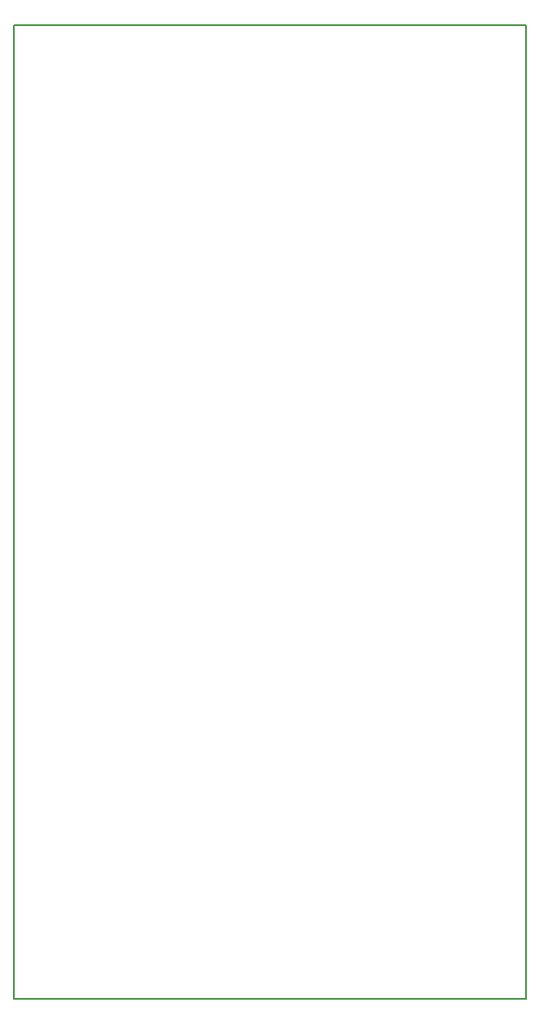
<source format=gbr>
G04 #@! TF.GenerationSoftware,KiCad,Pcbnew,(5.0.1)-3*
G04 #@! TF.CreationDate,2020-01-29T22:52:42+00:00*
G04 #@! TF.ProjectId,SSv2 Power Board,5353763220506F77657220426F617264,rev?*
G04 #@! TF.SameCoordinates,Original*
G04 #@! TF.FileFunction,Profile,NP*
%FSLAX46Y46*%
G04 Gerber Fmt 4.6, Leading zero omitted, Abs format (unit mm)*
G04 Created by KiCad (PCBNEW (5.0.1)-3) date 29/01/2020 22:52:42*
%MOMM*%
%LPD*%
G01*
G04 APERTURE LIST*
%ADD10C,0.150000*%
G04 APERTURE END LIST*
D10*
X90857192Y-119697039D02*
X140895192Y-119697039D01*
X90857192Y-24701039D02*
X90857192Y-119697039D01*
X140895192Y-24701039D02*
X90857192Y-24701039D01*
X140895192Y-119697039D02*
X140895192Y-24701039D01*
M02*

</source>
